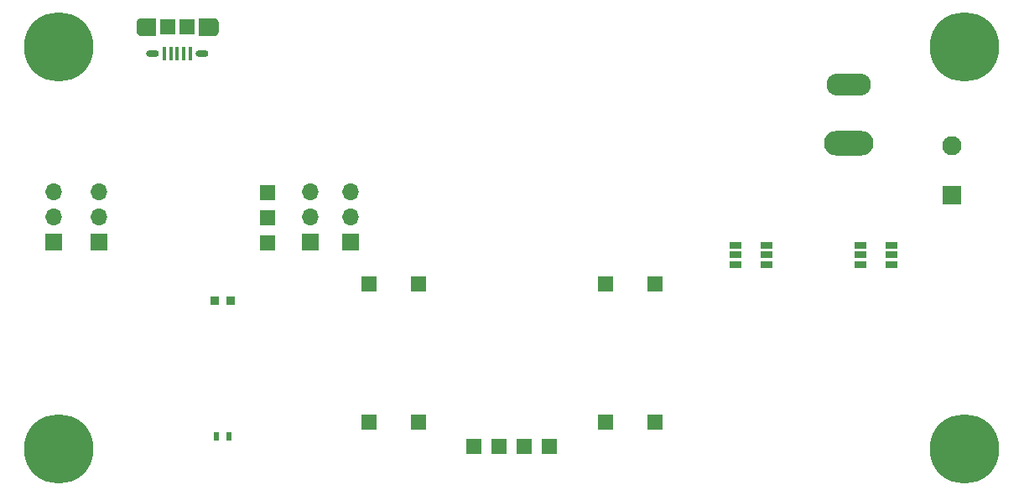
<source format=gts>
G04 #@! TF.GenerationSoftware,KiCad,Pcbnew,(6.0.7)*
G04 #@! TF.CreationDate,2023-03-18T00:07:20-06:00*
G04 #@! TF.ProjectId,Base Station,42617365-2053-4746-9174-696f6e2e6b69,1.2*
G04 #@! TF.SameCoordinates,Original*
G04 #@! TF.FileFunction,Soldermask,Top*
G04 #@! TF.FilePolarity,Negative*
%FSLAX46Y46*%
G04 Gerber Fmt 4.6, Leading zero omitted, Abs format (unit mm)*
G04 Created by KiCad (PCBNEW (6.0.7)) date 2023-03-18 00:07:20*
%MOMM*%
%LPD*%
G01*
G04 APERTURE LIST*
%ADD10C,0.000100*%
%ADD11C,7.000000*%
%ADD12R,0.495300X0.812800*%
%ADD13R,0.863600X0.812800*%
%ADD14R,1.193800X0.711200*%
%ADD15R,1.600000X1.550000*%
%ADD16O,5.000000X2.500000*%
%ADD17O,4.500000X2.250000*%
%ADD18R,0.400000X1.350000*%
%ADD19O,0.775000X1.550000*%
%ADD20O,1.300000X0.650000*%
%ADD21R,1.500000X1.550000*%
%ADD22R,1.605000X1.605000*%
%ADD23R,1.700000X1.700000*%
%ADD24O,1.700000X1.700000*%
%ADD25R,1.950000X1.950000*%
%ADD26C,1.950000*%
G04 APERTURE END LIST*
G36*
X118196000Y-79892500D02*
G01*
X116796000Y-79892500D01*
X116770000Y-79891500D01*
X116744000Y-79889500D01*
X116718000Y-79886500D01*
X116692000Y-79881500D01*
X116667000Y-79875500D01*
X116641000Y-79868500D01*
X116617000Y-79859500D01*
X116593000Y-79849500D01*
X116569000Y-79838500D01*
X116546000Y-79825500D01*
X116502000Y-79797500D01*
X116481000Y-79781500D01*
X116461000Y-79764500D01*
X116442000Y-79746500D01*
X116424000Y-79727500D01*
X116407000Y-79707500D01*
X116391000Y-79686500D01*
X116363000Y-79642500D01*
X116350000Y-79619500D01*
X116339000Y-79595500D01*
X116329000Y-79571500D01*
X116320000Y-79547500D01*
X116313000Y-79521500D01*
X116307000Y-79496500D01*
X116302000Y-79470500D01*
X116299000Y-79444500D01*
X116297000Y-79418500D01*
X116296000Y-79392500D01*
X116296000Y-78642500D01*
X116297000Y-78616500D01*
X116299000Y-78590500D01*
X116302000Y-78564500D01*
X116307000Y-78538500D01*
X116313000Y-78513500D01*
X116320000Y-78487500D01*
X116329000Y-78463500D01*
X116339000Y-78439500D01*
X116350000Y-78415500D01*
X116363000Y-78392500D01*
X116391000Y-78348500D01*
X116407000Y-78327500D01*
X116424000Y-78307500D01*
X116442000Y-78288500D01*
X116461000Y-78270500D01*
X116481000Y-78253500D01*
X116502000Y-78237500D01*
X116546000Y-78209500D01*
X116569000Y-78196500D01*
X116593000Y-78185500D01*
X116617000Y-78175500D01*
X116641000Y-78166500D01*
X116667000Y-78159500D01*
X116692000Y-78153500D01*
X116718000Y-78148500D01*
X116744000Y-78145500D01*
X116770000Y-78143500D01*
X116796000Y-78142500D01*
X118196000Y-78142500D01*
X118196000Y-79892500D01*
G37*
D10*
X118196000Y-79892500D02*
X116796000Y-79892500D01*
X116770000Y-79891500D01*
X116744000Y-79889500D01*
X116718000Y-79886500D01*
X116692000Y-79881500D01*
X116667000Y-79875500D01*
X116641000Y-79868500D01*
X116617000Y-79859500D01*
X116593000Y-79849500D01*
X116569000Y-79838500D01*
X116546000Y-79825500D01*
X116502000Y-79797500D01*
X116481000Y-79781500D01*
X116461000Y-79764500D01*
X116442000Y-79746500D01*
X116424000Y-79727500D01*
X116407000Y-79707500D01*
X116391000Y-79686500D01*
X116363000Y-79642500D01*
X116350000Y-79619500D01*
X116339000Y-79595500D01*
X116329000Y-79571500D01*
X116320000Y-79547500D01*
X116313000Y-79521500D01*
X116307000Y-79496500D01*
X116302000Y-79470500D01*
X116299000Y-79444500D01*
X116297000Y-79418500D01*
X116296000Y-79392500D01*
X116296000Y-78642500D01*
X116297000Y-78616500D01*
X116299000Y-78590500D01*
X116302000Y-78564500D01*
X116307000Y-78538500D01*
X116313000Y-78513500D01*
X116320000Y-78487500D01*
X116329000Y-78463500D01*
X116339000Y-78439500D01*
X116350000Y-78415500D01*
X116363000Y-78392500D01*
X116391000Y-78348500D01*
X116407000Y-78327500D01*
X116424000Y-78307500D01*
X116442000Y-78288500D01*
X116461000Y-78270500D01*
X116481000Y-78253500D01*
X116502000Y-78237500D01*
X116546000Y-78209500D01*
X116569000Y-78196500D01*
X116593000Y-78185500D01*
X116617000Y-78175500D01*
X116641000Y-78166500D01*
X116667000Y-78159500D01*
X116692000Y-78153500D01*
X116718000Y-78148500D01*
X116744000Y-78145500D01*
X116770000Y-78143500D01*
X116796000Y-78142500D01*
X118196000Y-78142500D01*
X118196000Y-79892500D01*
G36*
X124022000Y-78143500D02*
G01*
X124048000Y-78145500D01*
X124074000Y-78148500D01*
X124100000Y-78153500D01*
X124125000Y-78159500D01*
X124151000Y-78166500D01*
X124175000Y-78175500D01*
X124199000Y-78185500D01*
X124223000Y-78196500D01*
X124246000Y-78209500D01*
X124290000Y-78237500D01*
X124311000Y-78253500D01*
X124331000Y-78270500D01*
X124350000Y-78288500D01*
X124368000Y-78307500D01*
X124385000Y-78327500D01*
X124401000Y-78348500D01*
X124429000Y-78392500D01*
X124442000Y-78415500D01*
X124453000Y-78439500D01*
X124463000Y-78463500D01*
X124472000Y-78487500D01*
X124479000Y-78513500D01*
X124485000Y-78538500D01*
X124490000Y-78564500D01*
X124493000Y-78590500D01*
X124495000Y-78616500D01*
X124496000Y-78642500D01*
X124496000Y-79392500D01*
X124495000Y-79418500D01*
X124493000Y-79444500D01*
X124490000Y-79470500D01*
X124485000Y-79496500D01*
X124479000Y-79521500D01*
X124472000Y-79547500D01*
X124463000Y-79571500D01*
X124453000Y-79595500D01*
X124442000Y-79619500D01*
X124429000Y-79642500D01*
X124401000Y-79686500D01*
X124385000Y-79707500D01*
X124368000Y-79727500D01*
X124350000Y-79746500D01*
X124331000Y-79764500D01*
X124311000Y-79781500D01*
X124290000Y-79797500D01*
X124246000Y-79825500D01*
X124223000Y-79838500D01*
X124199000Y-79849500D01*
X124175000Y-79859500D01*
X124151000Y-79868500D01*
X124125000Y-79875500D01*
X124100000Y-79881500D01*
X124074000Y-79886500D01*
X124048000Y-79889500D01*
X124022000Y-79891500D01*
X123996000Y-79892500D01*
X122596000Y-79892500D01*
X122596000Y-78142500D01*
X123996000Y-78142500D01*
X124022000Y-78143500D01*
G37*
X124022000Y-78143500D02*
X124048000Y-78145500D01*
X124074000Y-78148500D01*
X124100000Y-78153500D01*
X124125000Y-78159500D01*
X124151000Y-78166500D01*
X124175000Y-78175500D01*
X124199000Y-78185500D01*
X124223000Y-78196500D01*
X124246000Y-78209500D01*
X124290000Y-78237500D01*
X124311000Y-78253500D01*
X124331000Y-78270500D01*
X124350000Y-78288500D01*
X124368000Y-78307500D01*
X124385000Y-78327500D01*
X124401000Y-78348500D01*
X124429000Y-78392500D01*
X124442000Y-78415500D01*
X124453000Y-78439500D01*
X124463000Y-78463500D01*
X124472000Y-78487500D01*
X124479000Y-78513500D01*
X124485000Y-78538500D01*
X124490000Y-78564500D01*
X124493000Y-78590500D01*
X124495000Y-78616500D01*
X124496000Y-78642500D01*
X124496000Y-79392500D01*
X124495000Y-79418500D01*
X124493000Y-79444500D01*
X124490000Y-79470500D01*
X124485000Y-79496500D01*
X124479000Y-79521500D01*
X124472000Y-79547500D01*
X124463000Y-79571500D01*
X124453000Y-79595500D01*
X124442000Y-79619500D01*
X124429000Y-79642500D01*
X124401000Y-79686500D01*
X124385000Y-79707500D01*
X124368000Y-79727500D01*
X124350000Y-79746500D01*
X124331000Y-79764500D01*
X124311000Y-79781500D01*
X124290000Y-79797500D01*
X124246000Y-79825500D01*
X124223000Y-79838500D01*
X124199000Y-79849500D01*
X124175000Y-79859500D01*
X124151000Y-79868500D01*
X124125000Y-79875500D01*
X124100000Y-79881500D01*
X124074000Y-79886500D01*
X124048000Y-79889500D01*
X124022000Y-79891500D01*
X123996000Y-79892500D01*
X122596000Y-79892500D01*
X122596000Y-78142500D01*
X123996000Y-78142500D01*
X124022000Y-78143500D01*
D11*
X108458000Y-121666000D03*
D12*
X125571250Y-120396000D03*
X124364750Y-120396000D03*
D13*
X125742700Y-106680000D03*
X124193300Y-106680000D03*
D14*
X192480100Y-103092002D03*
X192480100Y-102092001D03*
X192480100Y-101092000D03*
X189355900Y-101092000D03*
X189355900Y-102092001D03*
X189355900Y-103092002D03*
D15*
X144740000Y-105039000D03*
X144740000Y-118989000D03*
X139740000Y-105039000D03*
X139740000Y-118989000D03*
D16*
X188214000Y-90836000D03*
D17*
X188214000Y-84836000D03*
D11*
X108458000Y-81026000D03*
D15*
X168616000Y-105039000D03*
X168616000Y-118989000D03*
X163616000Y-105039000D03*
X163616000Y-118989000D03*
D11*
X199898000Y-121666000D03*
D18*
X121696000Y-81717500D03*
X121046000Y-81717500D03*
X120396000Y-81717500D03*
X119746000Y-81717500D03*
X119096000Y-81717500D03*
D19*
X123896000Y-79017500D03*
D20*
X122896000Y-81717500D03*
X117896000Y-81717500D03*
D19*
X116896000Y-79017500D03*
D21*
X119396000Y-79017500D03*
X121396000Y-79017500D03*
D22*
X129540000Y-100838000D03*
X129540000Y-98298000D03*
X129540000Y-95758000D03*
D23*
X112522000Y-100808000D03*
D24*
X112522000Y-98268000D03*
X112522000Y-95728000D03*
D14*
X179870100Y-103092002D03*
X179870100Y-102092001D03*
X179870100Y-101092000D03*
X176745900Y-101092000D03*
X176745900Y-102092001D03*
X176745900Y-103092002D03*
D23*
X107950000Y-100808000D03*
D24*
X107950000Y-98268000D03*
X107950000Y-95728000D03*
D11*
X199898000Y-81026000D03*
D23*
X137922000Y-100823000D03*
D24*
X137922000Y-98283000D03*
X137922000Y-95743000D03*
D25*
X198628000Y-96012000D03*
D26*
X198628000Y-91012000D03*
D23*
X133858000Y-100823000D03*
D24*
X133858000Y-98283000D03*
X133858000Y-95743000D03*
D22*
X157988000Y-121412000D03*
X155448000Y-121412000D03*
X152908000Y-121412000D03*
X150368000Y-121412000D03*
M02*

</source>
